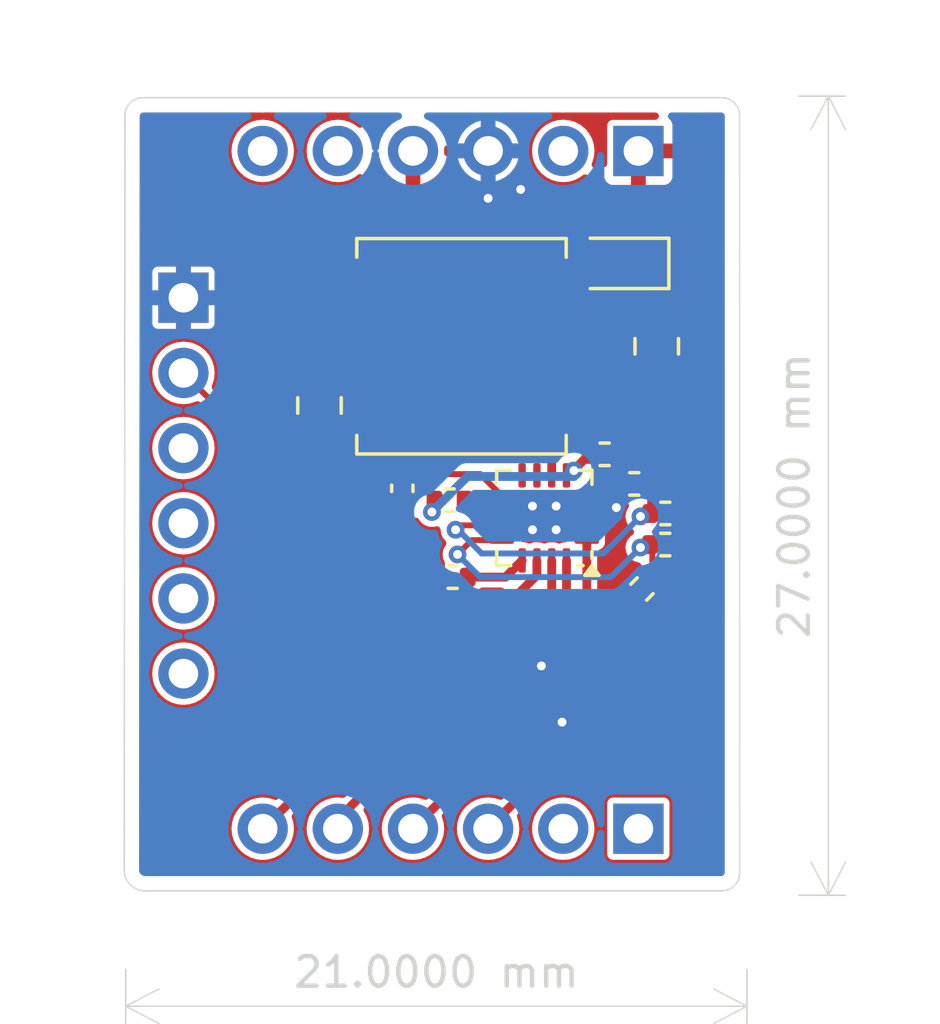
<source format=kicad_pcb>
(kicad_pcb (version 20240108) (generator "pcbnew") (generator_version "8.0")
  (layers (0 "F.Cu" signal) (31 "B.Cu" signal) (34 "B.Paste" user) (35 "F.Paste" user) (36 "B.SilkS" user "B.Silkscreen") (37 "F.SilkS" user "F.Silkscreen") (38 "B.Mask" user) (39 "F.Mask" user) (44 "Edge.Cuts" user))
  (net 0 "")
  (net 1 "GND")
  (net 2 "+3V3")
  (net 3 "VAD")
  (net 4 "L_SW")
  (net 5 "L_VFMIN")
  (net 6 "L_VFMAX")
  (net 7 "L_FB")
  (net 8 "L_CTRL")
  (net 9 "Net-(U1-RSET)")
  (net 10 "VCD1")
  (net 11 "VCD4")
  (net 12 "L_FAULT")
  (net 13 "VCD3")
  (net 14 "VCD2")
  (net 15 "L_PWM")
  (net 18 "+5V")
  (footprint "Resistor_SMD:R_0402_1005Metric" (layer "F.Cu") (at 162.490001 99.9)
    (property "Reference" "R3" (hide yes))
    (property "Value" "R" (hide yes))
    (fp_line (start -0.153641 -0.38) (end 0.153641 -0.38) (stroke (width 0.12)) (layer "F.SilkS"))
    (fp_line (start -0.153641 0.38) (end 0.153641 0.38) (stroke (width 0.12)) (layer "F.SilkS"))
    (pad "1" smd roundrect (at -0.509999 0) (size 0.54 0.64) (layers "F.Cu" "F.Paste" "F.Mask") (net 6 "L_VFMAX"))
    (pad "2" smd roundrect (at 0.509999 0) (size 0.54 0.64) (layers "F.Cu" "F.Paste" "F.Mask") (net 3 "VAD"))
  )
  (footprint "koyomi_bl_test_driver:koyomi_bl_test_driver" (layer "F.Cu") (at 155.2 97.9)
    (property "Reference" "J1" (hide yes))
    (property "Value" "~" (hide yes))
    (pad "" thru_hole oval (at -9 3.82) (size 1.7 1.7) (drill 1) (layers "*.Cu" "*.Mask"))
    (pad "" thru_hole oval (at -9 6.36) (size 1.7 1.7) (drill 1) (layers "*.Cu" "*.Mask"))
    (pad "" thru_hole oval (at 3.84 -11.3 270) (size 1.7 1.7) (drill 1) (layers "*.Cu" "*.Mask"))
    (pad "1" thru_hole rect (at 6.38 -11.3 270) (size 1.7 1.7) (drill 1) (layers "*.Cu" "*.Mask") (net 3 "VAD"))
    (pad "2" thru_hole oval (at -1.24 -11.3 270) (size 1.7 1.7) (drill 1) (layers "*.Cu" "*.Mask") (net 18 "+5V"))
    (pad "3" thru_hole oval (at -3.78 -11.3 270) (size 1.7 1.7) (drill 1) (layers "*.Cu" "*.Mask"))
    (pad "4" thru_hole oval (at -6.32 -11.3 270) (size 1.7 1.7) (drill 1) (layers "*.Cu" "*.Mask"))
    (pad "5" thru_hole oval (at -9 -3.8) (size 1.7 1.7) (drill 1) (layers "*.Cu" "*.Mask") (net 2 "+3V3"))
    (pad "6" thru_hole oval (at -9 -1.26) (size 1.7 1.7) (drill 1) (layers "*.Cu" "*.Mask"))
    (pad "7" thru_hole oval (at -9 1.28) (size 1.7 1.7) (drill 1) (layers "*.Cu" "*.Mask"))
    (pad "8" thru_hole oval (at -6.32 11.6 270) (size 1.7 1.7) (drill 1) (layers "*.Cu" "*.Mask") (net 11 "VCD4"))
    (pad "9" thru_hole oval (at -3.78 11.6 270) (size 1.7 1.7) (drill 1) (layers "*.Cu" "*.Mask") (net 13 "VCD3"))
    (pad "10" thru_hole oval (at -1.24 11.6 270) (size 1.7 1.7) (drill 1) (layers "*.Cu" "*.Mask") (net 14 "VCD2"))
    (pad "11" thru_hole oval (at 1.3 11.6 270) (size 1.7 1.7) (drill 1) (layers "*.Cu" "*.Mask") (net 10 "VCD1"))
    (pad "12" thru_hole oval (at 3.84 11.6 270) (size 1.7 1.7) (drill 1) (layers "*.Cu" "*.Mask"))
    (pad "13" thru_hole rect (at 6.38 11.6 270) (size 1.7 1.7) (drill 1) (layers "*.Cu" "*.Mask"))
    (pad "GND" thru_hole rect (at -9 -6.34) (size 1.7 1.7) (drill 1) (layers "*.Cu" "*.Mask") (net 1 "GND"))
    (pad "GND" thru_hole oval (at 1.3 -11.3 270) (size 1.7 1.7) (drill 1) (layers "*.Cu" "*.Mask") (net 1 "GND"))
  )
  (footprint "Package_DFN_QFN:TQFN-16-1EP_3x3mm_P0.5mm_EP1.23x1.23mm" (layer "F.Cu") (at 158.4 99 180)
    (property "Reference" "U1" (hide yes))
    (property "Value" "~" (hide yes))
    (fp_line (start 1.61 1.61) (end 1.61 1.135) (stroke (width 0.12)) (layer "F.SilkS"))
    (fp_line (start 1.61 -1.61) (end 1.61 -1.135) (stroke (width 0.12)) (layer "F.SilkS"))
    (fp_line (start 1.135 1.61) (end 1.61 1.61) (stroke (width 0.12)) (layer "F.SilkS"))
    (fp_line (start 1.135 -1.61) (end 1.61 -1.61) (stroke (width 0.12)) (layer "F.SilkS"))
    (fp_line (start -1.135 1.61) (end -1.61 1.61) (stroke (width 0.12)) (layer "F.SilkS"))
    (fp_line (start -1.135 -1.61) (end -1.31 -1.61) (stroke (width 0.12)) (layer "F.SilkS"))
    (fp_line (start -1.61 1.61) (end -1.61 1.135) (stroke (width 0.12)) (layer "F.SilkS"))
    (fp_line (start -1.61 -1.135) (end -1.61 -1.37) (stroke (width 0.12)) (layer "F.SilkS"))
    (fp_poly (pts (xy -1.61 -1.61) (xy -1.85 -1.94) (xy -1.37 -1.94) (xy -1.61 -1.61)) (stroke (width 0.12)) (fill solid) (layer "F.SilkS"))
    (pad "1" smd roundrect (at -1.4375 -0.75 180) (size 0.825 0.25) (layers "F.Cu" "F.Paste" "F.Mask") (net 10 "VCD1"))
    (pad "2" smd roundrect (at -1.4375 -0.25 180) (size 0.825 0.25) (layers "F.Cu" "F.Paste" "F.Mask") (net 1 "GND"))
    (pad "3" smd roundrect (at -1.4375 0.25 180) (size 0.825 0.25) (layers "F.Cu" "F.Paste" "F.Mask") (net 12 "L_FAULT"))
    (pad "4" smd roundrect (at -1.4375 0.75 180) (size 0.825 0.25) (layers "F.Cu" "F.Paste" "F.Mask") (net 1 "GND"))
    (pad "5" smd roundrect (at -0.75 1.4375 180) (size 0.25 0.825) (layers "F.Cu" "F.Paste" "F.Mask") (net 7 "L_FB"))
    (pad "6" smd roundrect (at -0.25 1.4375 180) (size 0.25 0.825) (layers "F.Cu" "F.Paste" "F.Mask") (net 4 "L_SW"))
    (pad "7" smd roundrect (at 0.25 1.4375 180) (size 0.25 0.825) (layers "F.Cu" "F.Paste" "F.Mask") (net 15 "L_PWM"))
    (pad "8" smd roundrect (at 0.75 1.4375 180) (size 0.25 0.825) (layers "F.Cu" "F.Paste" "F.Mask"))
    (pad "9" smd roundrect (at 1.4375 0.75 180) (size 0.825 0.25) (layers "F.Cu" "F.Paste" "F.Mask") (net 2 "+3V3"))
    (pad "10" smd roundrect (at 1.4375 0.25 180) (size 0.825 0.25) (layers "F.Cu" "F.Paste" "F.Mask") (net 8 "L_CTRL"))
    (pad "11" smd roundrect (at 1.4375 -0.25 180) (size 0.825 0.25) (layers "F.Cu" "F.Paste" "F.Mask") (net 5 "L_VFMIN"))
    (pad "12" smd roundrect (at 1.4375 -0.75 180) (size 0.825 0.25) (layers "F.Cu" "F.Paste" "F.Mask") (net 6 "L_VFMAX"))
    (pad "13" smd roundrect (at 0.75 -1.4375 180) (size 0.25 0.825) (layers "F.Cu" "F.Paste" "F.Mask") (net 9 "Net-(U1-RSET)"))
    (pad "14" smd roundrect (at 0.25 -1.4375 180) (size 0.25 0.825) (layers "F.Cu" "F.Paste" "F.Mask") (net 11 "VCD4"))
    (pad "15" smd roundrect (at -0.25 -1.4375 180) (size 0.25 0.825) (layers "F.Cu" "F.Paste" "F.Mask") (net 13 "VCD3"))
    (pad "16" smd roundrect (at -0.75 -1.4375 180) (size 0.25 0.825) (layers "F.Cu" "F.Paste" "F.Mask") (net 14 "VCD2"))
    (pad "17" smd rect (at 0 0 180) (size 1.23 1.23) (property pad_prop_heatsink) (layers "F.Cu" "F.Mask") (net 1 "GND"))
  )
  (footprint "Capacitor_SMD:C_0402_1005Metric" (layer "F.Cu") (at 153.6 98 -90)
    (property "Reference" "C1" (hide yes))
    (property "Value" "1uF" (hide yes))
    (fp_line (start -0.107836 0.36) (end 0.107836 0.36) (stroke (width 0.12)) (layer "F.SilkS"))
    (fp_line (start -0.107836 -0.36) (end 0.107836 -0.36) (stroke (width 0.12)) (layer "F.SilkS"))
    (pad "1" smd roundrect (at -0.48 0 270) (size 0.56 0.62) (layers "F.Cu" "F.Paste" "F.Mask") (net 2 "+3V3"))
    (pad "2" smd roundrect (at 0.48 0 270) (size 0.56 0.62) (layers "F.Cu" "F.Paste" "F.Mask") (net 1 "GND"))
  )
  (footprint "Inductor_SMD:L_Coilcraft_XAL6020-XXX" (layer "F.Cu") (at 155.6 93.2)
    (property "Reference" "L1" (hide yes))
    (property "Value" "DR73-470-R  47uH" (hide yes))
    (fp_line (start -3.54 -3.64) (end -3.54 -3.01) (stroke (width 0.12)) (layer "F.SilkS"))
    (fp_line (start -3.54 -3.64) (end 3.54 -3.64) (stroke (width 0.12)) (layer "F.SilkS"))
    (fp_line (start -3.54 3.64) (end -3.54 3.01) (stroke (width 0.12)) (layer "F.SilkS"))
    (fp_line (start -3.54 3.64) (end 3.54 3.64) (stroke (width 0.12)) (layer "F.SilkS"))
    (fp_line (start 3.54 -3.64) (end 3.54 -3.01) (stroke (width 0.12)) (layer "F.SilkS"))
    (fp_line (start 3.54 3.64) (end 3.54 3.01) (stroke (width 0.12)) (layer "F.SilkS"))
    (pad "1" smd rect (at -2.02 0) (size 1.43 5.5) (layers "F.Cu" "F.Paste" "F.Mask") (net 18 "+5V"))
    (pad "2" smd rect (at 2.02 0) (size 1.43 5.5) (layers "F.Cu" "F.Paste" "F.Mask") (net 4 "L_SW"))
  )
  (footprint "Resistor_SMD:R_0402_1005Metric" (layer "F.Cu") (at 160.4375 96.85 180)
    (property "Reference" "R6" (hide yes))
    (property "Value" "R" (hide yes))
    (fp_line (start -0.153641 0.38) (end 0.153641 0.38) (stroke (width 0.12)) (layer "F.SilkS"))
    (fp_line (start -0.153641 -0.38) (end 0.153641 -0.38) (stroke (width 0.12)) (layer "F.SilkS"))
    (pad "1" smd roundrect (at -0.509999 0 180) (size 0.54 0.64) (layers "F.Cu" "F.Paste" "F.Mask") (net 1 "GND"))
    (pad "2" smd roundrect (at 0.509999 0 180) (size 0.54 0.64) (layers "F.Cu" "F.Paste" "F.Mask") (net 7 "L_FB"))
  )
  (footprint "Capacitor_SMD:C_0805_2012Metric" (layer "F.Cu") (at 150.8 95.2 -90)
    (property "Reference" "C2" (hide yes))
    (property "Value" "1uF" (hide yes))
    (fp_line (start -0.261252 0.735) (end 0.261252 0.735) (stroke (width 0.12)) (layer "F.SilkS"))
    (fp_line (start -0.261252 -0.735) (end 0.261252 -0.735) (stroke (width 0.12)) (layer "F.SilkS"))
    (pad "1" smd roundrect (at -0.95 0 270) (size 1 1.45) (layers "F.Cu" "F.Paste" "F.Mask") (net 18 "+5V"))
    (pad "2" smd roundrect (at 0.95 0 270) (size 1 1.45) (layers "F.Cu" "F.Paste" "F.Mask") (net 1 "GND"))
  )
  (footprint "Resistor_SMD:R_0402_1005Metric" (layer "F.Cu") (at 155.2 98.4)
    (property "Reference" "R5" (hide yes))
    (property "Value" "R" (hide yes))
    (fp_line (start -0.153641 -0.38) (end 0.153641 -0.38) (stroke (width 0.12)) (layer "F.SilkS"))
    (fp_line (start -0.153641 0.38) (end 0.153641 0.38) (stroke (width 0.12)) (layer "F.SilkS"))
    (pad "1" smd roundrect (at -0.509999 0) (size 0.54 0.64) (layers "F.Cu" "F.Paste" "F.Mask") (net 7 "L_FB"))
    (pad "2" smd roundrect (at 0.509999 0) (size 0.54 0.64) (layers "F.Cu" "F.Paste" "F.Mask") (net 8 "L_CTRL"))
  )
  (footprint "Resistor_SMD:R_0402_1005Metric" (layer "F.Cu") (at 162.490001 98.85)
    (property "Reference" "R1" (hide yes))
    (property "Value" "R" (hide yes))
    (fp_line (start -0.153641 -0.38) (end 0.153641 -0.38) (stroke (width 0.12)) (layer "F.SilkS"))
    (fp_line (start -0.153641 0.38) (end 0.153641 0.38) (stroke (width 0.12)) (layer "F.SilkS"))
    (pad "1" smd roundrect (at -0.509999 0) (size 0.54 0.64) (layers "F.Cu" "F.Paste" "F.Mask") (net 5 "L_VFMIN"))
    (pad "2" smd roundrect (at 0.509999 0) (size 0.54 0.64) (layers "F.Cu" "F.Paste" "F.Mask") (net 3 "VAD"))
  )
  (footprint "Resistor_SMD:R_0402_1005Metric" (layer "F.Cu") (at 161.440001 97.85)
    (property "Reference" "R2" (hide yes))
    (property "Value" "R" (hide yes))
    (fp_line (start -0.153641 -0.38) (end 0.153641 -0.38) (stroke (width 0.12)) (layer "F.SilkS"))
    (fp_line (start -0.153641 0.38) (end 0.153641 0.38) (stroke (width 0.12)) (layer "F.SilkS"))
    (pad "1" smd roundrect (at -0.509999 0) (size 0.54 0.64) (layers "F.Cu" "F.Paste" "F.Mask") (net 1 "GND"))
    (pad "2" smd roundrect (at 0.509999 0) (size 0.54 0.64) (layers "F.Cu" "F.Paste" "F.Mask") (net 5 "L_VFMIN"))
  )
  (footprint "Resistor_SMD:R_0402_1005Metric" (layer "F.Cu") (at 161.7 101.4 45)
    (property "Reference" "R4" (hide yes))
    (property "Value" "R" (hide yes))
    (fp_line (start -0.153641 -0.38) (end 0.153641 -0.38) (stroke (width 0.12)) (layer "F.SilkS"))
    (fp_line (start -0.153641 0.38) (end 0.153641 0.38) (stroke (width 0.12)) (layer "F.SilkS"))
    (pad "1" smd roundrect (at -0.509999 0 45) (size 0.54 0.64) (layers "F.Cu" "F.Paste" "F.Mask") (net 1 "GND"))
    (pad "2" smd roundrect (at 0.509999 0 45) (size 0.54 0.64) (layers "F.Cu" "F.Paste" "F.Mask") (net 6 "L_VFMAX"))
  )
  (footprint "Diode_SMD:D_SOD-323F" (layer "F.Cu") (at 161 90.4 180)
    (property "Reference" "D1" (hide yes))
    (property "Value" "PMEG6010CEJ" (hide yes))
    (fp_line (start -1.61 0.85) (end 1.05 0.85) (stroke (width 0.12)) (layer "F.SilkS"))
    (fp_line (start -1.61 -0.85) (end 1.05 -0.85) (stroke (width 0.12)) (layer "F.SilkS"))
    (fp_line (start -1.61 -0.85) (end -1.61 0.85) (stroke (width 0.12)) (layer "F.SilkS"))
    (pad "1" smd roundrect (at -1.1 0 180) (size 0.5 0.5) (layers "F.Cu" "F.Paste" "F.Mask") (net 3 "VAD"))
    (pad "2" smd roundrect (at 1.1 0 180) (size 0.5 0.5) (layers "F.Cu" "F.Paste" "F.Mask") (net 4 "L_SW"))
  )
  (footprint "Capacitor_SMD:C_0805_2012Metric" (layer "F.Cu") (at 162.2 93.2 -90)
    (property "Reference" "C3" (hide yes))
    (property "Value" "22uF" (hide yes))
    (fp_line (start -0.261252 0.735) (end 0.261252 0.735) (stroke (width 0.12)) (layer "F.SilkS"))
    (fp_line (start -0.261252 -0.735) (end 0.261252 -0.735) (stroke (width 0.12)) (layer "F.SilkS"))
    (pad "1" smd roundrect (at -0.95 0 270) (size 1 1.45) (layers "F.Cu" "F.Paste" "F.Mask") (net 3 "VAD"))
    (pad "2" smd roundrect (at 0.95 0 270) (size 1 1.45) (layers "F.Cu" "F.Paste" "F.Mask") (net 1 "GND"))
  )
  (footprint "Resistor_SMD:R_0402_1005Metric" (layer "F.Cu") (at 155.3 101 180)
    (property "Reference" "R7" (hide yes))
    (property "Value" "4.7K" (hide yes))
    (fp_line (start -0.153641 0.38) (end 0.153641 0.38) (stroke (width 0.12)) (layer "F.SilkS"))
    (fp_line (start -0.153641 -0.38) (end 0.153641 -0.38) (stroke (width 0.12)) (layer "F.SilkS"))
    (pad "1" smd roundrect (at -0.509999 0 180) (size 0.54 0.64) (layers "F.Cu" "F.Paste" "F.Mask") (net 9 "Net-(U1-RSET)"))
    (pad "2" smd roundrect (at 0.509999 0 180) (size 0.54 0.64) (layers "F.Cu" "F.Paste" "F.Mask") (net 1 "GND"))
  )
  (gr_arc (start 164.400736 84.799264) (mid 164.825 84.975) (end 165.000736 85.399264) (stroke (width 0.05)) (layer "Edge.Cuts"))
  (gr_line (start 144.2 110.9) (end 144.224264 85.399264) (stroke (width 0.05)) (layer "Edge.Cuts"))
  (gr_line (start 144.824264 84.799264) (end 164.400736 84.799264) (stroke (width 0.05)) (layer "Edge.Cuts"))
  (gr_arc (start 144.9 111.6) (mid 144.405025 111.394975) (end 144.2 110.9) (stroke (width 0.05)) (layer "Edge.Cuts"))
  (gr_arc (start 165 111) (mid 164.824264 111.424264) (end 164.4 111.6) (stroke (width 0.05)) (layer "Edge.Cuts"))
  (gr_line (start 165.000736 85.399264) (end 165 111) (stroke (width 0.05)) (layer "Edge.Cuts"))
  (gr_arc (start 144.224264 85.399264) (mid 144.4 84.975) (end 144.824264 84.799264) (stroke (width 0.05)) (layer "Edge.Cuts"))
  (gr_line (start 164.4 111.6) (end 144.9 111.6) (stroke (width 0.05)) (layer "Edge.Cuts"))
  (dimension (type aligned) (layer "Edge.Cuts") (pts (xy 166.5 111.75) (xy 166.5 84.75)) (height 1.5) (gr_text "27.0000 mm" (at 166.85 98.25 90) (layer "Edge.Cuts") (effects (font (size 1 1) (thickness 0.15)))) (format (prefix "") (suffix "") (units 3) (units_format 1) (precision 4)) (style (thickness 0.05) (arrow_length 1.27) (text_position_mode 0) (extension_height 0.58642) (extension_offset 0.5) keep_text_aligned))
  (dimension (type aligned) (layer "Edge.Cuts") (pts (xy 165.25 113.75) (xy 144.25 113.75)) (height -1.75) (gr_text "21.0000 mm" (at 154.75 114.35 0) (layer "Edge.Cuts") (effects (font (size 1 1) (thickness 0.15)))) (format (prefix "") (suffix "") (units 3) (units_format 1) (precision 4)) (style (thickness 0.05) (arrow_length 1.27) (text_position_mode 0) (extension_height 0.58642) (extension_offset 0.5) keep_text_aligned))
  (segment (start 160.435504 98.25) (end 159.8375 98.25) (width 0.3) (layer "F.Cu") (net 1))
  (segment (start 160.835504 98.65) (end 160.435504 98.25) (width 0.3) (layer "F.Cu") (net 1))
  (via (at 158.3 104) (size 0.6) (drill 0.3) (layers "F.Cu" "B.Cu") (net 1))
  (via (at 159 105.9) (size 0.6) (drill 0.3) (layers "F.Cu" "B.Cu") (net 1))
  (via (at 158 99.4) (size 0.6) (drill 0.3) (layers "F.Cu" "B.Cu") (net 1))
  (via (at 156.5 88.2) (size 0.6) (drill 0.3) (layers "F.Cu" "B.Cu") (net 1))
  (via (at 158 98.6) (size 0.6) (drill 0.3) (layers "F.Cu" "B.Cu") (net 1))
  (via (at 158.8 99.4) (size 0.6) (drill 0.3) (layers "F.Cu" "B.Cu") (net 1))
  (via (at 158.8 98.6) (size 0.6) (drill 0.3) (layers "F.Cu" "B.Cu") (net 1))
  (via (at 160.835504 98.65) (size 0.6) (drill 0.3) (layers "F.Cu" "B.Cu") (net 1))
  (via (at 157.6 87.9) (size 0.6) (drill 0.3) (layers "F.Cu" "B.Cu") (net 1))
  (segment (start 156.2325 97.52) (end 156.9625 98.25) (width 0.2) (layer "F.Cu") (net 2))
  (segment (start 153.6 97.52) (end 156.2325 97.52) (width 0.2) (layer "F.Cu") (net 2))
  (segment (start 146.2 94.1) (end 149.62 97.52) (width 0.2) (layer "F.Cu") (net 2))
  (segment (start 149.62 97.52) (end 153.6 97.52) (width 0.2) (layer "F.Cu") (net 2))
  (segment (start 163.35 98.5) (end 163.35 93.4) (width 0.3) (layer "F.Cu") (net 3))
  (segment (start 163 99.9) (end 163 98.85) (width 0.3) (layer "F.Cu") (net 3))
  (segment (start 163.35 93.4) (end 162.2 92.25) (width 0.3) (layer "F.Cu") (net 3))
  (segment (start 163 98.85) (end 163.35 98.5) (width 0.3) (layer "F.Cu") (net 3))
  (segment (start 158.65 94.23) (end 157.62 93.2) (width 0.3) (layer "F.Cu") (net 4))
  (segment (start 158.65 97.5625) (end 158.65 94.23) (width 0.3) (layer "F.Cu") (net 4))
  (segment (start 161.980002 97.880002) (end 161.95 97.85) (width 0.2) (layer "F.Cu") (net 5))
  (segment (start 161.880002 98.95) (end 161.980002 98.85) (width 0.2) (layer "F.Cu") (net 5))
  (segment (start 155.4 99.4) (end 155.55 99.25) (width 0.2) (layer "F.Cu") (net 5))
  (segment (start 155.55 99.25) (end 156.9625 99.25) (width 0.2) (layer "F.Cu") (net 5))
  (segment (start 161.980002 98.85) (end 161.980002 97.880002) (width 0.2) (layer "F.Cu") (net 5))
  (segment (start 161.65 98.95) (end 161.880002 98.95) (width 0.2) (layer "F.Cu") (net 5))
  (via (at 161.65 98.95) (size 0.6) (drill 0.3) (layers "F.Cu" "B.Cu") (net 5))
  (via (at 155.4 99.4) (size 0.6) (drill 0.3) (layers "F.Cu" "B.Cu") (net 5))
  (segment (start 156.282099 100.2) (end 160.4 100.2) (width 0.2) (layer "B.Cu") (net 5))
  (segment (start 155.482099 99.4) (end 156.282099 100.2) (width 0.2) (layer "B.Cu") (net 5))
  (segment (start 155.4 99.4) (end 155.482099 99.4) (width 0.2) (layer "B.Cu") (net 5))
  (segment (start 160.4 100.2) (end 161.65 98.95) (width 0.2) (layer "B.Cu") (net 5))
  (segment (start 162.05 99.969998) (end 161.980002 99.9) (width 0.2) (layer "F.Cu") (net 6))
  (segment (start 155.95 99.75) (end 156.9625 99.75) (width 0.2) (layer "F.Cu") (net 6))
  (segment (start 162.05 100.840001) (end 162.05 99.969998) (width 0.2) (layer "F.Cu") (net 6))
  (segment (start 155.466785 100.233215) (end 155.95 99.75) (width 0.2) (layer "F.Cu") (net 6))
  (segment (start 161.65 100) (end 161.880002 100) (width 0.2) (layer "F.Cu") (net 6))
  (segment (start 161.880002 100) (end 161.980002 99.9) (width 0.2) (layer "F.Cu") (net 6))
  (via (at 161.65 100) (size 0.6) (drill 0.3) (layers "F.Cu" "B.Cu") (net 6))
  (via (at 155.466785 100.233215) (size 0.6) (drill 0.3) (layers "F.Cu" "B.Cu") (net 6))
  (segment (start 156.23357 101) (end 160.65 101) (width 0.2) (layer "B.Cu") (net 6))
  (segment (start 155.466785 100.233215) (end 156.23357 101) (width 0.2) (layer "B.Cu") (net 6))
  (segment (start 160.65 101) (end 161.65 100) (width 0.2) (layer "B.Cu") (net 6))
  (segment (start 159.4 97.4) (end 159.4 97.377501) (width 0.3) (layer "F.Cu") (net 7))
  (segment (start 154.690001 98.709999) (end 154.6 98.8) (width 0.3) (layer "F.Cu") (net 7))
  (segment (start 154.690001 98.4) (end 154.690001 98.709999) (width 0.3) (layer "F.Cu") (net 7))
  (segment (start 159.4 97.377501) (end 159.927501 96.85) (width 0.3) (layer "F.Cu") (net 7))
  (via (at 154.6 98.8) (size 0.6) (drill 0.3) (layers "F.Cu" "B.Cu") (net 7))
  (via (at 159.4 97.4) (size 0.6) (drill 0.3) (layers "F.Cu" "B.Cu") (net 7))
  (segment (start 159.4 97.6) (end 155.8 97.6) (width 0.3) (layer "B.Cu") (net 7))
  (segment (start 155.8 97.6) (end 154.6 98.8) (width 0.3) (layer "B.Cu") (net 7))
  (segment (start 159.4 97.4) (end 159.4 97.6) (width 0.3) (layer "B.Cu") (net 7))
  (segment (start 155.709999 98.4) (end 156.084999 98.775) (width 0.3) (layer "F.Cu") (net 8))
  (segment (start 156.084999 98.775) (end 156.9625 98.775) (width 0.3) (layer "F.Cu") (net 8))
  (segment (start 155.809999 101) (end 157.0875 101) (width 0.3) (layer "F.Cu") (net 9))
  (segment (start 157.0875 101) (end 157.65 100.4375) (width 0.3) (layer "F.Cu") (net 9))
  (segment (start 159.8375 106.1625) (end 156.5 109.5) (width 0.3) (layer "F.Cu") (net 10))
  (segment (start 159.8375 99.75) (end 159.8375 106.1625) (width 0.3) (layer "F.Cu") (net 10))
  (segment (start 158.15 100.4375) (end 158.15 100.935096) (width 0.3) (layer "F.Cu") (net 11))
  (segment (start 156.4 102) (end 148.9 109.5) (width 0.3) (layer "F.Cu") (net 11))
  (segment (start 158.15 100.935096) (end 157.085096 102) (width 0.3) (layer "F.Cu") (net 11))
  (segment (start 148.9 109.5) (end 148.88 109.5) (width 0.3) (layer "F.Cu") (net 11))
  (segment (start 157.085096 102) (end 156.4 102) (width 0.3) (layer "F.Cu") (net 11))
  (segment (start 158.65 100.4375) (end 158.65 101.95) (width 0.3) (layer "F.Cu") (net 13))
  (segment (start 158.65 101.95) (end 151.42 109.18) (width 0.3) (layer "F.Cu") (net 13))
  (segment (start 151.42 109.18) (end 151.42 109.5) (width 0.3) (layer "F.Cu") (net 13))
  (segment (start 159.15 100.4375) (end 159.15 104.31) (width 0.3) (layer "F.Cu") (net 14))
  (segment (start 159.15 104.31) (end 153.96 109.5) (width 0.3) (layer "F.Cu") (net 14))
  (zone (net 3) (net_name "VAD") (layer "F.Cu") (priority 3) (connect_pads (clearance 0.3)) (min_thickness 0.25) (fill yes (thermal_gap 0.3) (thermal_bridge_width 0.5))
    (polygon (pts (xy 163.4 93) (xy 161.2 93) (xy 161.2 89.4) (xy 160.2 89.4) (xy 160.2 85.2) (xy 163.4 85.2)))
  )
  (zone (net 18) (net_name "+5V") (layer "F.Cu") (priority 1) (connect_pads (clearance 0.3)) (min_thickness 0.25) (fill yes (thermal_gap 0.3) (thermal_bridge_width 0.5))
    (polygon (pts (xy 152.6 85.2) (xy 155.2 85.2) (xy 155.2 96.6) (xy 152.2 96.6) (xy 152.2 95.2) (xy 149.8 95.2) (xy 149.8 89.4) (xy 152.6 89.4)))
  )
  (zone (net 1) (net_name "GND") (layer "F.Cu") (connect_pads (clearance 0.2)) (min_thickness 0.25) (fill yes (thermal_gap 0.3) (thermal_bridge_width 0.5))
    (polygon (pts (xy 140.2 81.5) (xy 170.2 81.5) (xy 170 113.2) (xy 140 113.2)))
  )
  (zone (net 4) (net_name "L_SW") (layer "F.Cu") (priority 2) (connect_pads (clearance 0.3)) (min_thickness 0.25) (fill yes (thermal_gap 0.2) (thermal_bridge_width 0.5))
    (polygon (pts (xy 156.2 89.8) (xy 160.6 89.8) (xy 160.6 91.2) (xy 159.4 91.2) (xy 159.4 96.6) (xy 156.2 96.6)))
  )
  (zone (net 0) (net_name "") (layers "F.Cu" "Edge.Cuts") (connect_pads (clearance 0)) (min_thickness 0.25)
    (keepout (tracks allowed) (vias allowed) (pads allowed) (copperpour not_allowed) (footprints allowed))
    (fill (thermal_gap 0.3) (thermal_bridge_width 0.5))
    (polygon (pts (xy 155.2 89.6) (xy 155.2 96.6) (xy 156.2 96.6) (xy 156.2 89.6)))
  )
  (zone (net 1) (net_name "GND") (layer "B.Cu") (priority 4) (connect_pads (clearance 0.3)) (min_thickness 0.25) (fill yes (thermal_gap 0.2) (thermal_bridge_width 0.5))
    (polygon (pts (xy 141 82.4) (xy 141 112.4) (xy 169 112.4) (xy 169 82.4)))
  )
)
</source>
